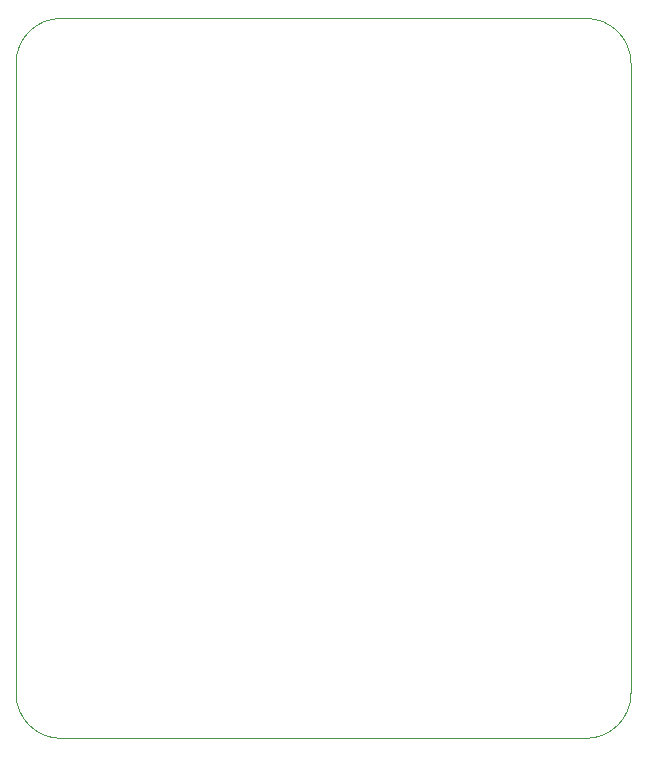
<source format=gm1>
G04 #@! TF.GenerationSoftware,KiCad,Pcbnew,6.0.4-1.fc35*
G04 #@! TF.CreationDate,2022-04-07T10:49:23-04:00*
G04 #@! TF.ProjectId,switch_mux_breakout,73776974-6368-45f6-9d75-785f62726561,0*
G04 #@! TF.SameCoordinates,Original*
G04 #@! TF.FileFunction,Profile,NP*
%FSLAX46Y46*%
G04 Gerber Fmt 4.6, Leading zero omitted, Abs format (unit mm)*
G04 Created by KiCad (PCBNEW 6.0.4-1.fc35) date 2022-04-07 10:49:23*
%MOMM*%
%LPD*%
G01*
G04 APERTURE LIST*
G04 #@! TA.AperFunction,Profile*
%ADD10C,0.100000*%
G04 #@! TD*
G04 APERTURE END LIST*
D10*
X114299999Y-58419999D02*
G75*
G03*
X110489999Y-62229999I1J-3810001D01*
G01*
X114299999Y-58419999D02*
X158750000Y-58420000D01*
X110490003Y-115569997D02*
G75*
G03*
X114299997Y-119379997I3809997J-3D01*
G01*
X162559997Y-115570000D02*
X162559999Y-62230002D01*
X114299997Y-119379997D02*
X158749998Y-119379998D01*
X110489997Y-115569997D02*
X110489999Y-62229999D01*
X162560000Y-62230000D02*
G75*
G03*
X158750000Y-58420000I-3810000J0D01*
G01*
X158749997Y-119379997D02*
G75*
G03*
X162559997Y-115570000I3J3809997D01*
G01*
M02*

</source>
